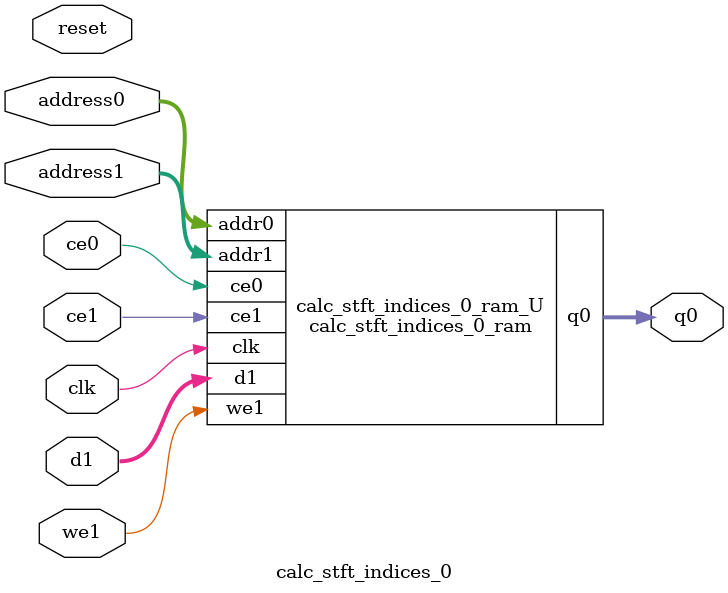
<source format=v>
`timescale 1 ns / 1 ps
module calc_stft_indices_0_ram (addr0, ce0, q0, addr1, ce1, d1, we1,  clk);

parameter DWIDTH = 14;
parameter AWIDTH = 13;
parameter MEM_SIZE = 7840;

input[AWIDTH-1:0] addr0;
input ce0;
output reg[DWIDTH-1:0] q0;
input[AWIDTH-1:0] addr1;
input ce1;
input[DWIDTH-1:0] d1;
input we1;
input clk;

(* ram_style = "distributed" *)reg [DWIDTH-1:0] ram[0:MEM_SIZE-1];




always @(posedge clk)  
begin 
    if (ce0) begin
        q0 <= ram[addr0];
    end
end


always @(posedge clk)  
begin 
    if (ce1) begin
        if (we1) 
            ram[addr1] <= d1; 
    end
end


endmodule

`timescale 1 ns / 1 ps
module calc_stft_indices_0(
    reset,
    clk,
    address0,
    ce0,
    q0,
    address1,
    ce1,
    we1,
    d1);

parameter DataWidth = 32'd14;
parameter AddressRange = 32'd7840;
parameter AddressWidth = 32'd13;
input reset;
input clk;
input[AddressWidth - 1:0] address0;
input ce0;
output[DataWidth - 1:0] q0;
input[AddressWidth - 1:0] address1;
input ce1;
input we1;
input[DataWidth - 1:0] d1;



calc_stft_indices_0_ram calc_stft_indices_0_ram_U(
    .clk( clk ),
    .addr0( address0 ),
    .ce0( ce0 ),
    .q0( q0 ),
    .addr1( address1 ),
    .ce1( ce1 ),
    .we1( we1 ),
    .d1( d1 ));

endmodule


</source>
